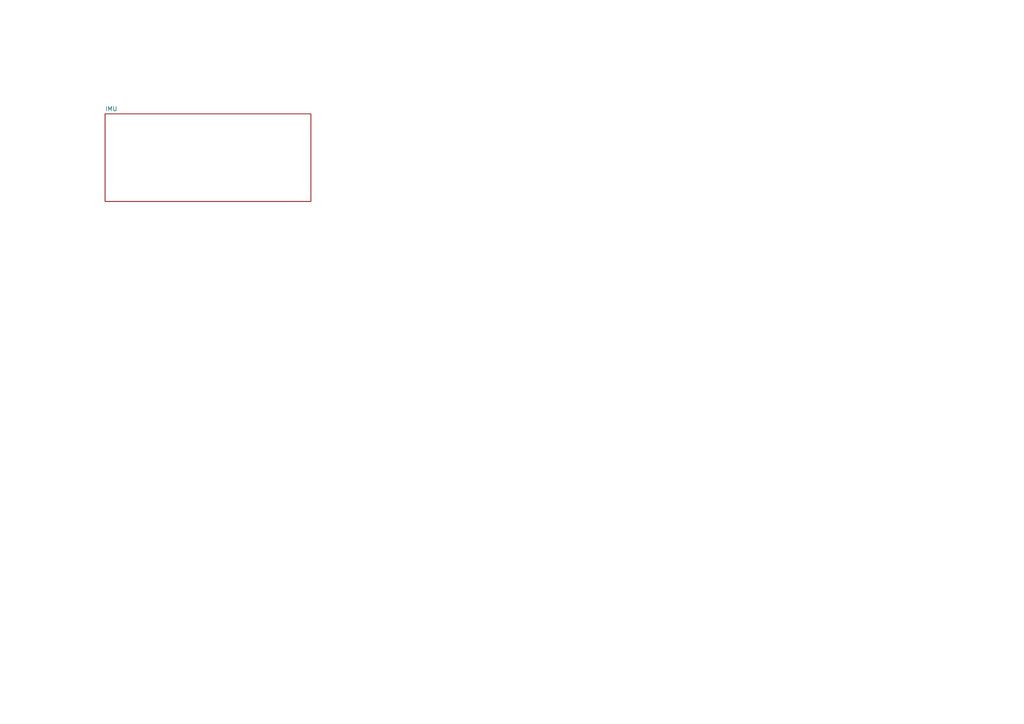
<source format=kicad_sch>
(kicad_sch
	(version 20250114)
	(generator "eeschema")
	(generator_version "9.0")
	(uuid "8c30b723-6f32-4e1f-9c63-2a52e9a3816e")
	(paper "A4")
	(lib_symbols)
	(sheet
		(at 30.48 33.02)
		(size 59.69 25.4)
		(exclude_from_sim no)
		(in_bom yes)
		(on_board yes)
		(dnp no)
		(fields_autoplaced yes)
		(stroke
			(width 0.1524)
			(type solid)
		)
		(fill
			(color 0 0 0 0.0000)
		)
		(uuid "e2562eb6-9e20-4717-9249-950e298607e2")
		(property "Sheetname" "IMU"
			(at 30.48 32.3084 0)
			(effects
				(font
					(size 1.27 1.27)
				)
				(justify left bottom)
			)
		)
		(property "Sheetfile" "Drucksensor.kicad_sch"
			(at 30.48 59.0046 0)
			(effects
				(font
					(size 1.27 1.27)
				)
				(justify left top)
				(hide yes)
			)
		)
		(instances
			(project "Datensammler"
				(path "/8c30b723-6f32-4e1f-9c63-2a52e9a3816e"
					(page "2")
				)
			)
		)
	)
	(sheet_instances
		(path "/"
			(page "1")
		)
	)
	(embedded_fonts no)
)

</source>
